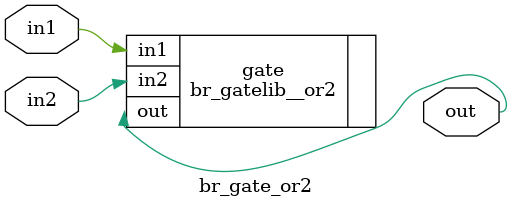
<source format=sv>


module br_gate_or2 (
    input  logic in1,
    input  logic in2,
    output logic out
);

  br_gatelib__or2 gate (
      .in1,
      .in2,
      .out
  );

endmodule : br_gate_or2

</source>
